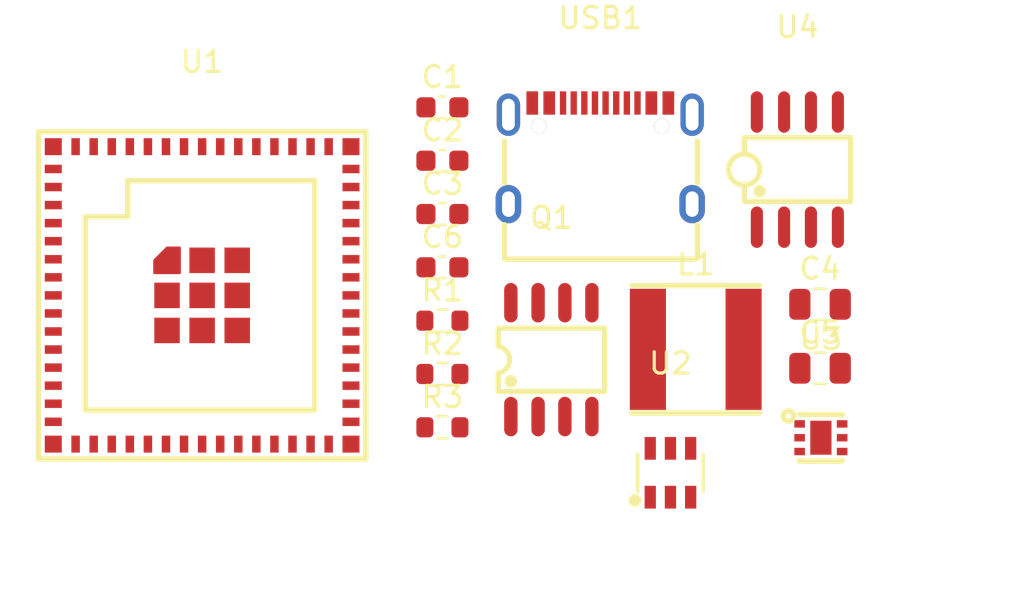
<source format=kicad_pcb>
(kicad_pcb (version 20241229) (generator "pcbnew") (generator_version "9.0")
  (layers (0 "F.Cu" signal) (2 "B.Cu" signal) (13 "F.Paste" user) (15 "B.Paste" user) (5 "F.SilkS" user "F.Silkscreen") (7 "B.SilkS" user "B.Silkscreen") (1 "F.Mask" user) (3 "B.Mask" user) (25 "Edge.Cuts" user))
  (net 0 "")
  (net 3 "GND")
  (net 4 "+12V")
  (net 5 "/SW_TPS")
  (net 7 "Net-(U2-BOOT)")
  (net 12 "+3.3V")
  (net 14 "/FB_TPS")
  (net 21 "Net-(C6-Pad1)")
  (footprint "rodl:IND-SMD_L6.0-W6.0_ANR6045" (layer "F.Cu") (at 154.215 92.69)
    (property "Reference" "L1" (at 0 -4 0) (layer "F.SilkS"))
    (property "Value" "ANR6045T6R8M")
    (fp_line (start -3 -3) (end 3 -3) (stroke (width 0.25)) (layer "F.SilkS"))
    (fp_line (start 3 3) (end -3 3) (stroke (width 0.25)) (layer "F.SilkS"))
    (pad "1" smd rect (at -2.25 0) (size 1.7 5.7) (layers "F.Cu" "F.Mask" "F.Paste") (net 5 "/SW_TPS"))
    (pad "2" smd rect (at 2.25 0) (size 1.7 5.7) (layers "F.Cu" "F.Mask" "F.Paste") (net 12 "+3.3V"))
  )
  (footprint "rodl:SOIC-8_L5.0-W4.0-P1.27-LS6.0-BL" (layer "F.Cu") (at 159 84.23)
    (property "Reference" "U4" (at 0 -6.71 0) (layer "F.SilkS"))
    (property "Value" "DOS4427")
    (fp_line (start -2.5 -1.5) (end -2.5 -0.73) (stroke (width 0.25)) (layer "F.SilkS"))
    (fp_line (start -2.5 -1.5) (end 2.5 -1.5) (stroke (width 0.25)) (layer "F.SilkS"))
    (fp_line (start -2.5 1.5) (end -2.5 0.73) (stroke (width 0.25)) (layer "F.SilkS"))
    (fp_line (start -2.5 1.5) (end 2.5 1.5) (stroke (width 0.25)) (layer "F.SilkS"))
    (fp_line (start 2.5 -1.5) (end 2.5 1.5) (stroke (width 0.25)) (layer "F.SilkS"))
    (fp_arc (start -2.48726 -0.729889) (mid -2.50637 0.729972) (end -2.5 -0.73) (stroke (width 0.25)) (layer "F.SilkS"))
    (fp_circle (center -1.78 1.02) (end -1.63 1.02) (stroke (width 0.3)) (fill no) (layer "F.SilkS"))
    (pad "1" smd oval (at -1.91 2.71) (size 0.57 1.95) (layers "F.Cu" "F.Mask" "F.Paste"))
    (pad "2" smd oval (at -0.63 2.71) (size 0.57 1.95) (layers "F.Cu" "F.Mask" "F.Paste"))
    (pad "3" smd oval (at 0.63 2.71) (size 0.57 1.95) (layers "F.Cu" "F.Mask" "F.Paste"))
    (pad "4" smd oval (at 1.9 2.71) (size 0.57 1.95) (layers "F.Cu" "F.Mask" "F.Paste"))
    (pad "5" smd oval (at 1.9 -2.71) (size 0.57 1.95) (layers "F.Cu" "F.Mask" "F.Paste"))
    (pad "6" smd oval (at 0.63 -2.71) (size 0.57 1.95) (layers "F.Cu" "F.Mask" "F.Paste"))
    (pad "7" smd oval (at -0.63 -2.71) (size 0.57 1.95) (layers "F.Cu" "F.Mask" "F.Paste"))
    (pad "8" smd oval (at -1.91 -2.71) (size 0.57 1.95) (layers "F.Cu" "F.Mask" "F.Paste"))
  )
  (footprint "Capacitor_SMD:C_0603_1608Metric" (layer "F.Cu") (at 142.3 81.3)
    (property "Reference" "C1" (at 0 -1.43 0) (layer "F.SilkS"))
    (property "Value" "100nF")
    (fp_line (start -0.14058 -0.51) (end 0.14058 -0.51) (stroke (width 0.12)) (layer "F.SilkS"))
    (fp_line (start -0.14058 0.51) (end 0.14058 0.51) (stroke (width 0.12)) (layer "F.SilkS"))
    (pad "1" smd roundrect (at -0.775 0) (size 0.9 0.95) (layers "F.Cu" "F.Mask" "F.Paste") (net 4 "+12V"))
    (pad "2" smd roundrect (at 0.775 0) (size 0.9 0.95) (layers "F.Cu" "F.Mask" "F.Paste") (net 3 "GND"))
  )
  (footprint "rodl:USB-C-SMD_TYPE-C-6PIN-2MD-073" (layer "F.Cu") (at 149.725 83.475)
    (property "Reference" "USB1" (at 0 -6.38 0) (layer "F.SilkS"))
    (property "Value" "TYPE-C 16PIN 2MD(073)")
    (fp_line (start -4.5 1.39) (end -4.5 -0.6) (stroke (width 0.25)) (layer "F.SilkS"))
    (fp_line (start -4.5 4.97) (end -4.5 3.35) (stroke (width 0.25)) (layer "F.SilkS"))
    (fp_line (start 4.5 4.97) (end -4.5 4.97) (stroke (width 0.25)) (layer "F.SilkS"))
    (fp_line (start 4.57 1.39) (end 4.57 -0.6) (stroke (width 0.25)) (layer "F.SilkS"))
    (fp_line (start 4.57 4.82) (end 4.57 3.35) (stroke (width 0.25)) (layer "F.SilkS"))
    (pad "" thru_hole circle (at -2.89 -1.3) (size 0.7 0.7) (drill 0.7) (layers "*.Cu" "*.Mask"))
    (pad "" thru_hole circle (at 2.89 -1.3) (size 0.7 0.7) (drill 0.7) (layers "*.Cu" "*.Mask"))
    (pad "1" smd rect (at -3.2 -2.38) (size 0.55 1.1) (layers "F.Cu" "F.Mask" "F.Paste"))
    (pad "2" smd rect (at -2.4 -2.38) (size 0.55 1.1) (layers "F.Cu" "F.Mask" "F.Paste"))
    (pad "3" smd rect (at -1.75 -2.38) (size 0.3 1.1) (layers "F.Cu" "F.Mask" "F.Paste"))
    (pad "4" smd rect (at -1.25 -2.38) (size 0.3 1.1) (layers "F.Cu" "F.Mask" "F.Paste"))
    (pad "5" smd rect (at -0.75 -2.38) (size 0.3 1.1) (layers "F.Cu" "F.Mask" "F.Paste"))
    (pad "6" smd rect (at -0.25 -2.38) (size 0.3 1.1) (layers "F.Cu" "F.Mask" "F.Paste"))
    (pad "7" smd rect (at 0.25 -2.38) (size 0.3 1.1) (layers "F.Cu" "F.Mask" "F.Paste"))
    (pad "8" smd rect (at 0.75 -2.38) (size 0.3 1.1) (layers "F.Cu" "F.Mask" "F.Paste"))
    (pad "9" smd rect (at 1.25 -2.38) (size 0.3 1.1) (layers "F.Cu" "F.Mask" "F.Paste"))
    (pad "10" smd rect (at 1.75 -2.38) (size 0.3 1.1) (layers "F.Cu" "F.Mask" "F.Paste"))
    (pad "11" smd rect (at 2.4 -2.38) (size 0.55 1.1) (layers "F.Cu" "F.Mask" "F.Paste"))
    (pad "12" smd rect (at 3.2 -2.38) (size 0.55 1.1) (layers "F.Cu" "F.Mask" "F.Paste"))
    (pad "13" thru_hole oval (at -4.32 -1.83) (size 1.1 2) (drill oval 0.599999 1.499997) (layers "*.Cu" "*.Mask"))
    (pad "13" thru_hole oval (at -4.32 2.38) (size 1.2 1.8) (drill oval 0.599999 1.199998) (layers "*.Cu" "*.Mask"))
    (pad "14" thru_hole oval (at 4.32 -1.83) (size 1.1 2) (drill oval 0.599999 1.500022) (layers "*.Cu" "*.Mask"))
    (pad "14" thru_hole oval (at 4.32 2.38) (size 1.2 1.8) (drill oval 0.599999 1.199998) (layers "*.Cu" "*.Mask"))
  )
  (footprint "rodl:SOT-23-6_L2.9-W1.6-P0.95-LS2.8-BL" (layer "F.Cu") (at 153.025 98.5)
    (property "Reference" "U2" (at 0 -5.15 0) (layer "F.SilkS"))
    (property "Value" "TPS54302DDCR_C311983")
    (fp_line (start -1.54 0.89) (end -1.54 -0.89) (stroke (width 0.15)) (layer "F.SilkS"))
    (fp_line (start 1.54 0.89) (end 1.54 -0.89) (stroke (width 0.15)) (layer "F.SilkS"))
    (fp_circle (center -1.67 1.3) (end -1.52 1.3) (stroke (width 0.3)) (fill no) (layer "F.SilkS"))
    (pad "1" smd rect (at -0.95 1.15) (size 0.53 1.07) (layers "F.Cu" "F.Mask" "F.Paste") (net 3 "GND"))
    (pad "2" smd rect (at 0 1.15) (size 0.53 1.07) (layers "F.Cu" "F.Mask" "F.Paste") (net 5 "/SW_TPS"))
    (pad "3" smd rect (at 0.95 1.15) (size 0.53 1.07) (layers "F.Cu" "F.Mask" "F.Paste") (net 4 "+12V"))
    (pad "4" smd rect (at 0.95 -1.15) (size 0.53 1.07) (layers "F.Cu" "F.Mask" "F.Paste") (net 14 "/FB_TPS"))
    (pad "5" smd rect (at 0 -1.15) (size 0.53 1.07) (layers "F.Cu" "F.Mask" "F.Paste"))
    (pad "6" smd rect (at -0.95 -1.15) (size 0.53 1.07) (layers "F.Cu" "F.Mask" "F.Paste") (net 7 "Net-(U2-BOOT)"))
  )
  (footprint "Resistor_SMD:R_0603_1608Metric" (layer "F.Cu") (at 142.3 91.34)
    (property "Reference" "R1" (at 0 -1.43 0) (layer "F.SilkS"))
    (property "Value" "49.9")
    (fp_line (start -0.237258 -0.5225) (end 0.237258 -0.5225) (stroke (width 0.12)) (layer "F.SilkS"))
    (fp_line (start -0.237258 0.5225) (end 0.237258 0.5225) (stroke (width 0.12)) (layer "F.SilkS"))
    (pad "1" smd roundrect (at -0.825 0) (size 0.8 0.95) (layers "F.Cu" "F.Mask" "F.Paste") (net 12 "+3.3V"))
    (pad "2" smd roundrect (at 0.825 0) (size 0.8 0.95) (layers "F.Cu" "F.Mask" "F.Paste") (net 21 "Net-(C6-Pad1)"))
  )
  (footprint "rodl:TDFN-6_L2.0-W2.0-P0.65-TL-EP" (layer "F.Cu") (at 160.1 96.85)
    (property "Reference" "U3" (at 0 -4.65 0) (layer "F.SilkS"))
    (property "Value" "HUSB237-AA001-DN06R")
    (fp_line (start -1.02 1.06) (end -1.02 1.1) (stroke (width 0.25)) (layer "F.SilkS"))
    (fp_line (start -1 -1.1) (end 1 -1.1) (stroke (width 0.25)) (layer "F.SilkS"))
    (fp_line (start -1 1.1) (end 1 1.1) (stroke (width 0.25)) (layer "F.SilkS"))
    (fp_line (start 1 -1.1) (end 1 -1.05) (stroke (width 0.25)) (layer "F.SilkS"))
    (fp_line (start 1 1.06) (end 1 1.1) (stroke (width 0.25)) (layer "F.SilkS"))
    (fp_circle (center -1.52 -1.02) (end -1.4 -1.02) (stroke (width 0.25)) (fill no) (layer "F.SilkS"))
    (pad "1" smd rect (at -1 -0.65 90) (size 0.35 0.5) (layers "F.Cu" "F.Mask" "F.Paste"))
    (pad "2" smd rect (at -1 0 90) (size 0.35 0.5) (layers "F.Cu" "F.Mask" "F.Paste"))
    (pad "3" smd rect (at -1 0.65 90) (size 0.35 0.5) (layers "F.Cu" "F.Mask" "F.Paste"))
    (pad "4" smd rect (at 1 0.65 90) (size 0.35 0.5) (layers "F.Cu" "F.Mask" "F.Paste"))
    (pad "5" smd rect (at 1 0 90) (size 0.35 0.5) (layers "F.Cu" "F.Mask" "F.Paste"))
    (pad "6" smd rect (at 1 -0.65 90) (size 0.35 0.5) (layers "F.Cu" "F.Mask" "F.Paste"))
    (pad "7" smd rect (at 0 0 180) (size 1 1.6) (layers "F.Cu" "F.Mask" "F.Paste"))
  )
  (footprint "Capacitor_SMD:C_0805_2012Metric" (layer "F.Cu") (at 160.06 93.58)
    (property "Reference" "C5" (at 0 -1.68 0) (layer "F.SilkS"))
    (property "Value" "22uF")
    (fp_line (start -0.261252 -0.735) (end 0.261252 -0.735) (stroke (width 0.12)) (layer "F.SilkS"))
    (fp_line (start -0.261252 0.735) (end 0.261252 0.735) (stroke (width 0.12)) (layer "F.SilkS"))
    (pad "1" smd roundrect (at -0.95 0) (size 1 1.45) (layers "F.Cu" "F.Mask" "F.Paste") (net 3 "GND"))
    (pad "2" smd roundrect (at 0.95 0) (size 1 1.45) (layers "F.Cu" "F.Mask" "F.Paste") (net 12 "+3.3V"))
  )
  (footprint "rodl:SOP-8_L4.9-W3.9-P1.27-LS6.0-BL" (layer "F.Cu") (at 147.43 93.175)
    (property "Reference" "Q1" (at 0 -6.68 0) (layer "F.SilkS"))
    (property "Value" "AO4805_C5183840")
    (fp_line (start -2.5 -1.48) (end 2.5 -1.48) (stroke (width 0.25)) (layer "F.SilkS"))
    (fp_line (start -2.5 -0.63) (end -2.5 -1.48) (stroke (width 0.25)) (layer "F.SilkS"))
    (fp_line (start -2.5 0.63) (end -2.5 1.5) (stroke (width 0.25)) (layer "F.SilkS"))
    (fp_line (start -2.5 1.5) (end 2.5 1.5) (stroke (width 0.25)) (layer "F.SilkS"))
    (fp_line (start 2.5 1.5) (end 2.5 -1.48) (stroke (width 0.25)) (layer "F.SilkS"))
    (fp_arc (start -2.5 -0.63) (mid -1.970474 -0.002632) (end -2.494818 0.629073) (stroke (width 0.25)) (layer "F.SilkS"))
    (fp_circle (center -1.91 1.02) (end -1.76 1.02) (stroke (width 0.3)) (fill no) (layer "F.SilkS"))
    (pad "1" smd oval (at -1.91 2.68) (size 0.63 1.86) (layers "F.Cu" "F.Mask" "F.Paste"))
    (pad "2" smd oval (at -0.63 2.68) (size 0.63 1.86) (layers "F.Cu" "F.Mask" "F.Paste"))
    (pad "3" smd oval (at 0.63 2.68) (size 0.63 1.86) (layers "F.Cu" "F.Mask" "F.Paste"))
    (pad "4" smd oval (at 1.9 2.68) (size 0.63 1.86) (layers "F.Cu" "F.Mask" "F.Paste"))
    (pad "5" smd oval (at 1.9 -2.68) (size 0.63 1.86) (layers "F.Cu" "F.Mask" "F.Paste"))
    (pad "6" smd oval (at 0.63 -2.68) (size 0.63 1.86) (layers "F.Cu" "F.Mask" "F.Paste"))
    (pad "7" smd oval (at -0.63 -2.68) (size 0.63 1.86) (layers "F.Cu" "F.Mask" "F.Paste"))
    (pad "8" smd oval (at -1.91 -2.68) (size 0.63 1.86) (layers "F.Cu" "F.Mask" "F.Paste"))
  )
  (footprint "Capacitor_SMD:C_0805_2012Metric" (layer "F.Cu") (at 160.06 90.57)
    (property "Reference" "C4" (at 0 -1.68 0) (layer "F.SilkS"))
    (property "Value" "22uF")
    (fp_line (start -0.261252 -0.735) (end 0.261252 -0.735) (stroke (width 0.12)) (layer "F.SilkS"))
    (fp_line (start -0.261252 0.735) (end 0.261252 0.735) (stroke (width 0.12)) (layer "F.SilkS"))
    (pad "1" smd roundrect (at -0.95 0) (size 1 1.45) (layers "F.Cu" "F.Mask" "F.Paste") (net 3 "GND"))
    (pad "2" smd roundrect (at 0.95 0) (size 1 1.45) (layers "F.Cu" "F.Mask" "F.Paste") (net 12 "+3.3V"))
  )
  (footprint "rodl:BULETM-SMD_ESPRESSIF_ESP32-S3-MINI-1U-N8" (layer "F.Cu") (at 131 90.15)
    (property "Reference" "U1" (at 0 -11 0) (layer "F.SilkS"))
    (property "Value" "ESP32-S3-MINI-1U-N8")
    (fp_line (start -7.7 -7.7) (end 7.7 -7.7) (stroke (width 0.25)) (layer "F.SilkS"))
    (fp_line (start -7.7 7.7) (end -7.7 -7.7) (stroke (width 0.25)) (layer "F.SilkS"))
    (fp_line (start -5.5 -3.7) (end -3.5 -3.7) (stroke (width 0.25)) (layer "F.SilkS"))
    (fp_line (start -5.5 -3.5) (end -5.5 -3.7) (stroke (width 0.25)) (layer "F.SilkS"))
    (fp_line (start -5.5 5.4) (end -5.5 -3.5) (stroke (width 0.25)) (layer "F.SilkS"))
    (fp_line (start -3.5 -5.4) (end 5.3 -5.4) (stroke (width 0.25)) (layer "F.SilkS"))
    (fp_line (start -3.5 -3.7) (end -3.5 -5.4) (stroke (width 0.25)) (layer "F.SilkS"))
    (fp_line (start 5.3 -5.4) (end 5.3 5.4) (stroke (width 0.25)) (layer "F.SilkS"))
    (fp_line (start 5.3 5.4) (end -5.5 5.4) (stroke (width 0.25)) (layer "F.SilkS"))
    (fp_line (start 7.7 -7.7) (end 7.7 7.7) (stroke (width 0.25)) (layer "F.SilkS"))
    (fp_line (start 7.7 7.7) (end -7.7 7.7) (stroke (width 0.25)) (layer "F.SilkS"))
    (pad "1" smd rect (at -7 -5.95 90) (size 0.4 0.8) (layers "F.Cu" "F.Mask" "F.Paste") (net 3 "GND"))
    (pad "2" smd rect (at -7 -5.1 90) (size 0.4 0.8) (layers "F.Cu" "F.Mask" "F.Paste") (net 3 "GND"))
    (pad "3" smd rect (at -7 -4.25 90) (size 0.4 0.8) (layers "F.Cu" "F.Mask" "F.Paste"))
    (pad "4" smd rect (at -7 -3.4 90) (size 0.4 0.8) (layers "F.Cu" "F.Mask" "F.Paste"))
    (pad "5" smd rect (at -7 -2.55 90) (size 0.4 0.8) (layers "F.Cu" "F.Mask" "F.Paste"))
    (pad "6" smd rect (at -7 -1.7 90) (size 0.4 0.8) (layers "F.Cu" "F.Mask" "F.Paste"))
    (pad "7" smd rect (at -7 -0.85 90) (size 0.4 0.8) (layers "F.Cu" "F.Mask" "F.Paste"))
    (pad "8" smd rect (at -7 0 90) (size 0.4 0.8) (layers "F.Cu" "F.Mask" "F.Paste"))
    (pad "9" smd rect (at -7 0.85 90) (size 0.4 0.8) (layers "F.Cu" "F.Mask" "F.Paste"))
    (pad "10" smd rect (at -7 1.7 90) (size 0.4 0.8) (layers "F.Cu" "F.Mask" "F.Paste"))
    (pad "11" smd rect (at -7 2.55 90) (size 0.4 0.8) (layers "F.Cu" "F.Mask" "F.Paste"))
    (pad "12" smd rect (at -7 3.4 90) (size 0.4 0.8) (layers "F.Cu" "F.Mask" "F.Paste"))
    (pad "13" smd rect (at -7 4.25 90) (size 0.4 0.8) (layers "F.Cu" "F.Mask" "F.Paste"))
    (pad "14" smd rect (at -7 5.1 90) (size 0.4 0.8) (layers "F.Cu" "F.Mask" "F.Paste"))
    (pad "15" smd rect (at -7 5.95 90) (size 0.4 0.8) (layers "F.Cu" "F.Mask" "F.Paste"))
    (pad "16" smd rect (at -5.95 7 180) (size 0.4 0.8) (layers "F.Cu" "F.Mask" "F.Paste"))
    (pad "17" smd rect (at -5.1 7 180) (size 0.4 0.8) (layers "F.Cu" "F.Mask" "F.Paste"))
    (pad "18" smd rect (at -4.25 7 180) (size 0.4 0.8) (layers "F.Cu" "F.Mask" "F.Paste"))
    (pad "19" smd rect (at -3.4 7 180) (size 0.4 0.8) (layers "F.Cu" "F.Mask" "F.Paste"))
    (pad "20" smd rect (at -2.55 7 180) (size 0.4 0.8) (layers "F.Cu" "F.Mask" "F.Paste"))
    (pad "21" smd rect (at -1.7 7 180) (size 0.4 0.8) (layers "F.Cu" "F.Mask" "F.Paste"))
    (pad "22" smd rect (at -0.85 7 180) (size 0.4 0.8) (layers "F.Cu" "F.Mask" "F.Paste"))
    (pad "23" smd rect (at 0 7 180) (size 0.4 0.8) (layers "F.Cu" "F.Mask" "F.Paste"))
    (pad "24" smd rect (at 0.85 7 180) (size 0.4 0.8) (layers "F.Cu" "F.Mask" "F.Paste"))
    (pad "25" smd rect (at 1.7 7 180) (size 0.4 0.8) (layers "F.Cu" "F.Mask" "F.Paste"))
    (pad "26" smd rect (at 2.55 7 180) (size 0.4 0.8) (layers "F.Cu" "F.Mask" "F.Paste"))
    (pad "27" smd rect (at 3.4 7 180) (size 0.4 0.8) (layers "F.Cu" "F.Mask" "F.Paste"))
    (pad "28" smd rect (at 4.25 7 180) (size 0.4 0.8) (layers "F.Cu" "F.Mask" "F.Paste"))
    (pad "29" smd rect (at 5.1 7 180) (size 0.4 0.8) (layers "F.Cu" "F.Mask" "F.Paste"))
    (pad "30" smd rect (at 5.95 7 180) (size 0.4 0.8) (layers "F.Cu" "F.Mask" "F.Paste"))
    (pad "31" smd rect (at 7 5.95 90) (size 0.4 0.8) (layers "F.Cu" "F.Mask" "F.Paste"))
    (pad "32" smd rect (at 7 5.1 90) (size 0.4 0.8) (layers "F.Cu" "F.Mask" "F.Paste"))
    (pad "33" smd rect (at 7 4.25 90) (size 0.4 0.8) (layers "F.Cu" "F.Mask" "F.Paste"))
    (pad "34" smd rect (at 7 3.4 90) (size 0.4 0.8) (layers "F.Cu" "F.Mask" "F.Paste"))
    (pad "35" smd rect (at 7 2.55 90) (size 0.4 0.8) (layers "F.Cu" "F.Mask" "F.Paste"))
    (pad "36" smd rect (at 7 1.7 90) (size 0.4 0.8) (layers "F.Cu" "F.Mask" "F.Paste"))
    (pad "37" smd rect (at 7 0.85 90) (size 0.4 0.8) (layers "F.Cu" "F.Mask" "F.Paste"))
    (pad "38" smd rect (at 7 0 90) (size 0.4 0.8) (layers "F.Cu" "F.Mask" "F.Paste"))
    (pad "39" smd rect (at 7 -0.85 90) (size 0.4 0.8) (layers "F.Cu" "F.Mask" "F.Paste"))
    (pad "40" smd rect (at 7 -1.7 90) (size 0.4 0.8) (layers "F.Cu" "F.Mask" "F.Paste"))
    (pad "41" smd rect (at 7 -2.55 90) (size 0.4 0.8) (layers "F.Cu" "F.Mask" "F.Paste"))
    (pad "42" smd rect (at 7 -3.4 90) (size 0.4 0.8) (layers "F.Cu" "F.Mask" "F.Paste"))
    (pad "43" smd rect (at 7 -4.25 90) (size 0.4 0.8) (layers "F.Cu" "F.Mask" "F.Paste"))
    (pad "44" smd rect (at 7 -5.1 90) (size 0.4 0.8) (layers "F.Cu" "F.Mask" "F.Paste"))
    (pad "45" smd rect (at 7 -5.95 90) (size 0.4 0.8) (layers "F.Cu" "F.Mask" "F.Paste"))
    (pad "46" smd rect (at 5.95 -7 180) (size 0.4 0.8) (layers "F.Cu" "F.Mask" "F.Paste") (net 3 "GND"))
    (pad "47" smd rect (at 5.1 -7 180) (size 0.4 0.8) (layers "F.Cu" "F.Mask" "F.Paste") (net 3 "GND"))
    (pad "48" smd rect (at 4.25 -7 180) (size 0.4 0.8) (layers "F.Cu" "F.Mask" "F.Paste") (net 3 "GND"))
    (pad "49" smd rect (at 3.4 -7 180) (size 0.4 0.8) (layers "F.Cu" "F.Mask" "F.Paste") (net 3 "GND"))
    (pad "50" smd rect (at 2.55 -7 180) (size 0.4 0.8) (layers "F.Cu" "F.Mask" "F.Paste") (net 3 "GND"))
    (pad "51" smd rect (at 1.7 -7 180) (size 0.4 0.8) (layers "F.Cu" "F.Mask" "F.Paste") (net 3 "GND"))
    (pad "52" smd rect (at 0.85 -7 180) (size 0.4 0.8) (layers "F.Cu" "F.Mask" "F.Paste") (net 3 "GND"))
    (pad "53" smd rect (at 0 -7 180) (size 0.4 0.8) (layers "F.Cu" "F.Mask" "F.Paste") (net 3 "GND"))
    (pad "54" smd rect (at -0.85 -7 180) (size 0.4 0.8) (layers "F.Cu" "F.Mask" "F.Paste") (net 3 "GND"))
    (pad "55" smd rect (at -1.7 -7 180) (size 0.4 0.8) (layers "F.Cu" "F.Mask" "F.Paste") (net 3 "GND"))
    (pad "56" smd rect (at -2.55 -7 180) (size 0.4 0.8) (layers "F.Cu" "F.Mask" "F.Paste") (net 3 "GND"))
    (pad "57" smd rect (at -3.4 -7 180) (size 0.4 0.8) (layers "F.Cu" "F.Mask" "F.Paste") (net 3 "GND"))
    (pad "58" smd rect (at -4.25 -7 180) (size 0.4 0.8) (layers "F.Cu" "F.Mask" "F.Paste") (net 3 "GND"))
    (pad "59" smd rect (at -5.1 -7 180) (size 0.4 0.8) (layers "F.Cu" "F.Mask" "F.Paste") (net 3 "GND"))
    (pad "60" smd rect (at -5.95 -7 180) (size 0.4 0.8) (layers "F.Cu" "F.Mask" "F.Paste") (net 3 "GND"))
    (pad "61" smd custom (at -1.65 -1.65) (size 0.01 0.01) (layers "F.Cu" "F.Mask" "F.Paste") (net 3 "GND") (options (clearance outline) (anchor circle)) (primitives (gr_poly (pts (xy 0.6 0.6) (xy 0.6 -0.6) (xy 0 -0.6) (xy -0.6 0) (xy -0.6 0.6) (xy 0.6 0.6)) (width 0.1) (fill yes))))
    (pad "61" smd rect (at -1.65 0) (size 1.2 1.2) (layers "F.Cu" "F.Mask" "F.Paste") (net 3 "GND"))
    (pad "61" smd rect (at -1.65 1.65) (size 1.2 1.2) (layers "F.Cu" "F.Mask" "F.Paste") (net 3 "GND"))
    (pad "61" smd rect (at 0 -1.65) (size 1.2 1.2) (layers "F.Cu" "F.Mask" "F.Paste") (net 3 "GND"))
    (pad "61" smd rect (at 0 0) (size 1.2 1.2) (layers "F.Cu" "F.Mask" "F.Paste") (net 3 "GND"))
    (pad "61" smd rect (at 0 1.65) (size 1.2 1.2) (layers "F.Cu" "F.Mask" "F.Paste") (net 3 "GND"))
    (pad "61" smd rect (at 1.65 -1.65) (size 1.2 1.2) (layers "F.Cu" "F.Mask" "F.Paste") (net 3 "GND"))
    (pad "61" smd rect (at 1.65 0) (size 1.2 1.2) (layers "F.Cu" "F.Mask" "F.Paste") (net 3 "GND"))
    (pad "61" smd rect (at 1.65 1.65) (size 1.2 1.2) (layers "F.Cu" "F.Mask" "F.Paste") (net 3 "GND"))
    (pad "62" smd rect (at -7 -7 90) (size 0.8 0.8) (layers "F.Cu" "F.Mask" "F.Paste") (net 3 "GND"))
    (pad "63" smd rect (at -7 7 90) (size 0.8 0.8) (layers "F.Cu" "F.Mask" "F.Paste") (net 3 "GND"))
    (pad "64" smd rect (at 7 7 90) (size 0.8 0.8) (layers "F.Cu" "F.Mask" "F.Paste") (net 3 "GND"))
    (pad "65" smd rect (at 7 -7 90) (size 0.8 0.8) (layers "F.Cu" "F.Mask" "F.Paste") (net 3 "GND"))
  )
  (footprint "Resistor_SMD:R_0603_1608Metric" (layer "F.Cu") (at 142.3 96.36)
    (property "Reference" "R3" (at 0 -1.43 0) (layer "F.SilkS"))
    (property "Value" "22.1k")
    (fp_line (start -0.237258 -0.5225) (end 0.237258 -0.5225) (stroke (width 0.12)) (layer "F.SilkS"))
    (fp_line (start -0.237258 0.5225) (end 0.237258 0.5225) (stroke (width 0.12)) (layer "F.SilkS"))
    (pad "1" smd roundrect (at -0.825 0) (size 0.8 0.95) (layers "F.Cu" "F.Mask" "F.Paste") (net 14 "/FB_TPS"))
    (pad "2" smd roundrect (at 0.825 0) (size 0.8 0.95) (layers "F.Cu" "F.Mask" "F.Paste") (net 3 "GND"))
  )
  (footprint "Capacitor_SMD:C_0603_1608Metric" (layer "F.Cu") (at 142.3 83.81)
    (property "Reference" "C2" (at 0 -1.43 0) (layer "F.SilkS"))
    (property "Value" "10uF")
    (fp_line (start -0.14058 -0.51) (end 0.14058 -0.51) (stroke (width 0.12)) (layer "F.SilkS"))
    (fp_line (start -0.14058 0.51) (end 0.14058 0.51) (stroke (width 0.12)) (layer "F.SilkS"))
    (pad "1" smd roundrect (at -0.775 0) (size 0.9 0.95) (layers "F.Cu" "F.Mask" "F.Paste") (net 4 "+12V"))
    (pad "2" smd roundrect (at 0.775 0) (size 0.9 0.95) (layers "F.Cu" "F.Mask" "F.Paste") (net 3 "GND"))
  )
  (footprint "Resistor_SMD:R_0603_1608Metric" (layer "F.Cu") (at 142.3 93.85)
    (property "Reference" "R2" (at 0 -1.43 0) (layer "F.SilkS"))
    (property "Value" "100k")
    (fp_line (start -0.237258 -0.5225) (end 0.237258 -0.5225) (stroke (width 0.12)) (layer "F.SilkS"))
    (fp_line (start -0.237258 0.5225) (end 0.237258 0.5225) (stroke (width 0.12)) (layer "F.SilkS"))
    (pad "1" smd roundrect (at -0.825 0) (size 0.8 0.95) (layers "F.Cu" "F.Mask" "F.Paste") (net 21 "Net-(C6-Pad1)"))
    (pad "2" smd roundrect (at 0.825 0) (size 0.8 0.95) (layers "F.Cu" "F.Mask" "F.Paste") (net 14 "/FB_TPS"))
  )
  (footprint "Capacitor_SMD:C_0603_1608Metric" (layer "F.Cu") (at 142.3 88.83)
    (property "Reference" "C6" (at 0 -1.43 0) (layer "F.SilkS"))
    (property "Value" "47pF")
    (fp_line (start -0.14058 -0.51) (end 0.14058 -0.51) (stroke (width 0.12)) (layer "F.SilkS"))
    (fp_line (start -0.14058 0.51) (end 0.14058 0.51) (stroke (width 0.12)) (layer "F.SilkS"))
    (pad "1" smd roundrect (at -0.775 0) (size 0.9 0.95) (layers "F.Cu" "F.Mask" "F.Paste") (net 21 "Net-(C6-Pad1)"))
    (pad "2" smd roundrect (at 0.775 0) (size 0.9 0.95) (layers "F.Cu" "F.Mask" "F.Paste") (net 14 "/FB_TPS"))
  )
  (footprint "Capacitor_SMD:C_0603_1608Metric" (layer "F.Cu") (at 142.3 86.32)
    (property "Reference" "C3" (at 0 -1.43 0) (layer "F.SilkS"))
    (property "Value" "100nF")
    (fp_line (start -0.14058 -0.51) (end 0.14058 -0.51) (stroke (width 0.12)) (layer "F.SilkS"))
    (fp_line (start -0.14058 0.51) (end 0.14058 0.51) (stroke (width 0.12)) (layer "F.SilkS"))
    (pad "1" smd roundrect (at -0.775 0) (size 0.9 0.95) (layers "F.Cu" "F.Mask" "F.Paste") (net 7 "Net-(U2-BOOT)"))
    (pad "2" smd roundrect (at 0.775 0) (size 0.9 0.95) (layers "F.Cu" "F.Mask" "F.Paste") (net 5 "/SW_TPS"))
  )
)
</source>
